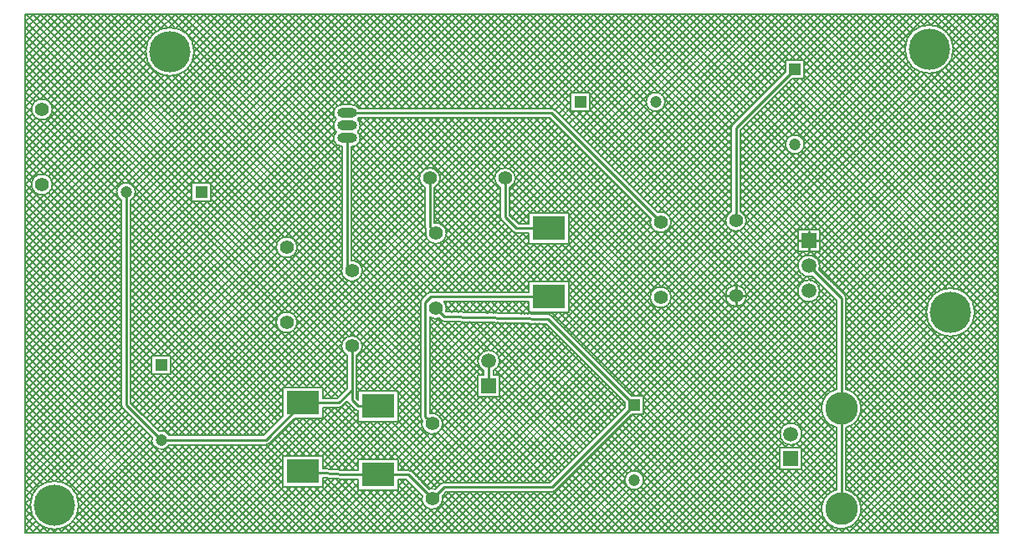
<source format=gtl>
G04*
G04 #@! TF.GenerationSoftware,Altium Limited,Altium Designer,20.0.9 (164)*
G04*
G04 Layer_Physical_Order=1*
G04 Layer_Color=255*
%FSLAX25Y25*%
%MOIN*%
G70*
G01*
G75*
%ADD13C,0.01000*%
%ADD15R,0.12992X0.09449*%
%ADD28C,0.00800*%
%ADD29C,0.04724*%
%ADD30R,0.04724X0.04724*%
%ADD31C,0.05906*%
%ADD32R,0.05906X0.05906*%
%ADD33R,0.05906X0.05906*%
%ADD34C,0.12992*%
%ADD35O,0.07874X0.03937*%
%ADD36O,0.07874X0.03937*%
%ADD37C,0.05512*%
%ADD38C,0.16500*%
%ADD39R,0.04724X0.04724*%
D13*
X313500Y114547D02*
Y118500D01*
X317453D01*
X313500D02*
Y122453D01*
X309547Y118500D02*
X313500D01*
X284500Y96500D02*
X288256D01*
X280744D02*
X284500D01*
Y100256D01*
Y92744D02*
Y96500D01*
X131500Y55000D02*
Y59000D01*
Y76500D01*
X163500Y15500D02*
X168200Y20200D01*
X211200D01*
X244000Y53000D01*
X55500Y39000D02*
X97138D01*
X112000Y53862D01*
X41500Y53000D02*
X55500Y39000D01*
X41500Y53000D02*
Y138000D01*
X134000Y52500D02*
X142000D01*
X131500Y55000D02*
X134000Y52500D01*
X112000Y53862D02*
X126362D01*
X131500Y59000D01*
X186000Y60500D02*
Y70500D01*
X326500Y11500D02*
Y51657D01*
Y95500D01*
X313500Y108500D02*
X326500Y95500D01*
X211000Y169500D02*
X254500Y126000D01*
X129500Y169500D02*
X211000D01*
X284500Y126500D02*
Y163500D01*
X308000Y187000D01*
X162500Y124000D02*
Y143500D01*
Y124000D02*
X165000Y121500D01*
X128362Y25138D02*
X142000D01*
X112000Y26500D02*
X128362Y25138D01*
X142000D02*
X153862D01*
X163500Y15500D01*
X165000Y91500D02*
X168200Y88300D01*
X209700Y87300D01*
X244000Y53000D01*
X160700Y48300D02*
X163500Y45500D01*
X160700Y48300D02*
Y93838D01*
X163000Y96138D01*
X210000D01*
X192500Y128000D02*
Y143500D01*
Y128000D02*
X197000Y123500D01*
X210000D01*
X129500Y108500D02*
X131500Y106500D01*
X129500Y108500D02*
Y159500D01*
D15*
X142000Y52500D02*
D03*
Y25138D02*
D03*
X210000Y123500D02*
D03*
Y96138D02*
D03*
X112000Y53862D02*
D03*
Y26500D02*
D03*
D28*
X371150Y195000D02*
G03*
X371150Y195000I-9650J0D01*
G01*
X317613Y107074D02*
G03*
X317853Y108500I-4113J1426D01*
G01*
X328400Y95500D02*
G03*
X327841Y96846I-1900J0D01*
G01*
X328400Y95500D02*
G03*
X327843Y96843I-1900J0D01*
G01*
X311762Y157000D02*
G03*
X311762Y157000I-3762J0D01*
G01*
X288656Y126500D02*
G03*
X286400Y130196I-4156J0D01*
G01*
X282600D02*
G03*
X288656Y126500I1900J-3696D01*
G01*
X317853Y108500D02*
G03*
X314926Y104387I-4353J0D01*
G01*
X317853Y98500D02*
G03*
X317853Y98500I-4353J0D01*
G01*
X288656Y96500D02*
G03*
X288656Y96500I-4156J0D01*
G01*
X256262Y174000D02*
G03*
X256262Y174000I-3762J0D01*
G01*
X283159Y164846D02*
G03*
X282600Y163500I1341J-1346D01*
G01*
X212346Y170841D02*
G03*
X211000Y171400I-1346J-1341D01*
G01*
X212344Y170844D02*
G03*
X211000Y171400I-1343J-1343D01*
G01*
X283156Y164843D02*
G03*
X282600Y163500I1343J-1343D01*
G01*
X250543Y127270D02*
G03*
X258656Y126000I3957J-1270D01*
G01*
D02*
G03*
X253230Y129957I-4156J0D01*
G01*
X258656Y96000D02*
G03*
X258656Y96000I-4156J0D01*
G01*
X194400Y139804D02*
G03*
X196656Y143500I-1900J3696D01*
G01*
X190600Y128000D02*
G03*
X191156Y126656I1900J0D01*
G01*
X196656Y143500D02*
G03*
X190600Y139804I-4156J0D01*
G01*
X195654Y122159D02*
G03*
X197000Y121600I1346J1341D01*
G01*
X195657Y122157D02*
G03*
X197000Y121600I1343J1343D01*
G01*
X190600Y128000D02*
G03*
X191159Y126654I1900J0D01*
G01*
X169156Y91500D02*
G03*
X168127Y94238I-4156J0D01*
G01*
X168957Y90230D02*
G03*
X169156Y91500I-3957J1270D01*
G01*
X379650Y90000D02*
G03*
X379650Y90000I-9650J0D01*
G01*
X328400Y43993D02*
G03*
X334396Y51657I-1900J7664D01*
G01*
Y11500D02*
G03*
X328400Y19164I-7896J0D01*
G01*
X334396Y51657D02*
G03*
X328400Y59321I-7896J0D01*
G01*
X324600D02*
G03*
X324600Y43993I1900J-7664D01*
G01*
X310774Y41421D02*
G03*
X310774Y41421I-4353J0D01*
G01*
X324600Y19164D02*
G03*
X334396Y11500I1900J-7664D01*
G01*
X211044Y88643D02*
G03*
X209746Y89200I-1343J-1343D01*
G01*
X211046Y88641D02*
G03*
X209746Y89200I-1346J-1341D01*
G01*
X190353Y70500D02*
G03*
X184100Y66584I-4353J0D01*
G01*
X187900D02*
G03*
X190353Y70500I-1900J3916D01*
G01*
X166857Y86957D02*
G03*
X168154Y86401I1343J1343D01*
G01*
X166854Y86959D02*
G03*
X168154Y86401I1346J1341D01*
G01*
X247762Y23000D02*
G03*
X247762Y23000I-3762J0D01*
G01*
X211200Y18300D02*
G03*
X212546Y18859I0J1900D01*
G01*
X211200Y18300D02*
G03*
X212544Y18857I0J1900D01*
G01*
X168200Y22100D02*
G03*
X166857Y21543I0J-1900D01*
G01*
X167656Y15500D02*
G03*
X167457Y16770I-4156J0D01*
G01*
X134250Y171400D02*
G03*
X131468Y172869I-2781J-1900D01*
G01*
X133726Y167000D02*
G03*
X134250Y167600I-2258J2500D01*
G01*
X164400Y139804D02*
G03*
X166656Y143500I-1900J3696D01*
G01*
D02*
G03*
X160600Y139804I-4156J0D01*
G01*
X169156Y121500D02*
G03*
X164400Y125612I-4156J0D01*
G01*
X161045Y122778D02*
G03*
X169156Y121500I3955J-1278D01*
G01*
X160600Y124000D02*
G03*
X161045Y122778I1900J0D01*
G01*
X160600Y124000D02*
G03*
X161045Y122778I1900J0D01*
G01*
X163000Y98038D02*
G03*
X161654Y97478I0J-1900D01*
G01*
X163000Y98038D02*
G03*
X161656Y97481I0J-1900D01*
G01*
X159356Y95181D02*
G03*
X158800Y93838I1343J-1343D01*
G01*
X159359Y95184D02*
G03*
X158800Y93838I1341J-1346D01*
G01*
X162600Y88107D02*
G03*
X166270Y87543I2400J3393D01*
G01*
X133726Y162000D02*
G03*
X134837Y164500I-2258J2500D01*
G01*
D02*
G03*
X133726Y167000I-3368J0D01*
G01*
X131468Y156131D02*
G03*
X134837Y159500I0J3368D01*
G01*
D02*
G03*
X133726Y162000I-3368J0D01*
G01*
X135656Y106500D02*
G03*
X131400Y110655I-4156J0D01*
G01*
X127600Y108500D02*
G03*
X127650Y108066I1900J0D01*
G01*
X127600Y108500D02*
G03*
X127650Y108066I1900J0D01*
G01*
D02*
G03*
X135656Y106500I3850J-1566D01*
G01*
X133400Y72804D02*
G03*
X135656Y76500I-1900J3696D01*
G01*
D02*
G03*
X129600Y72804I-4156J0D01*
G01*
X127532Y172869D02*
G03*
X125274Y167000I0J-3368D01*
G01*
X68650Y194000D02*
G03*
X68650Y194000I-9650J0D01*
G01*
X12156Y171000D02*
G03*
X12156Y171000I-4156J0D01*
G01*
X125274Y162000D02*
G03*
X127532Y156131I2258J-2500D01*
G01*
X125274Y167000D02*
G03*
X125274Y162000I2258J-2500D01*
G01*
X109656Y116000D02*
G03*
X109656Y116000I-4156J0D01*
G01*
X43400Y134753D02*
G03*
X45262Y138000I-1900J3247D01*
G01*
X109656Y86000D02*
G03*
X109656Y86000I-4156J0D01*
G01*
X45262Y138000D02*
G03*
X39600Y134753I-3762J0D01*
G01*
X12156Y141000D02*
G03*
X12156Y141000I-4156J0D01*
G01*
X129671Y54484D02*
G03*
X130159Y53654I1829J516D01*
G01*
X129671Y54484D02*
G03*
X130157Y53657I1829J516D01*
G01*
X126362Y51962D02*
G03*
X127706Y52519I0J1900D01*
G01*
X126362Y51962D02*
G03*
X127708Y52522I0J1900D01*
G01*
X132654Y51159D02*
G03*
X134000Y50600I1346J1341D01*
G01*
X132657Y51157D02*
G03*
X134000Y50600I1343J1343D01*
G01*
X167656Y45500D02*
G03*
X162600Y49557I-4156J0D01*
G01*
X159543Y46770D02*
G03*
X167656Y45500I3957J-1270D01*
G01*
X168200Y22100D02*
G03*
X166854Y21541I0J-1900D01*
G01*
X158800Y48300D02*
G03*
X159359Y46954I1900J0D01*
G01*
X158800Y48300D02*
G03*
X159356Y46957I1900J0D01*
G01*
X155206Y26481D02*
G03*
X153862Y27038I-1343J-1343D01*
G01*
X155209Y26478D02*
G03*
X153862Y27038I-1346J-1341D01*
G01*
X164770Y19457D02*
G03*
X162230Y19457I-1270J-3957D01*
G01*
X159543Y16770D02*
G03*
X167656Y15500I3957J-1270D01*
G01*
X39600Y53000D02*
G03*
X40159Y51654I1900J0D01*
G01*
X39600Y53000D02*
G03*
X40156Y51657I1900J0D01*
G01*
X97138Y37100D02*
G03*
X98484Y37659I0J1900D01*
G01*
X97138Y37100D02*
G03*
X98481Y37657I0J1900D01*
G01*
X58747Y40900D02*
G03*
X54547Y42640I-3247J-1900D01*
G01*
X51860Y39953D02*
G03*
X58747Y37100I3640J-953D01*
G01*
X22650Y13000D02*
G03*
X22650Y13000I-9650J0D01*
G01*
X370410Y198705D02*
X380806Y209100D01*
X369408Y200531D02*
X377977Y209100D01*
X371062Y193699D02*
X386463Y209100D01*
X371033Y196499D02*
X383634Y209100D01*
X366484Y203263D02*
X372321Y209100D01*
X364548Y204156D02*
X369492Y209100D01*
X368094Y202045D02*
X375149Y209100D01*
X386174D02*
X389100Y206173D01*
X382000Y209100D02*
X389100D01*
X380517D02*
X389100Y200517D01*
X383345Y209100D02*
X389100Y203345D01*
X374860Y209100D02*
X389100Y194860D01*
X377688Y209100D02*
X389100Y197688D01*
X372031Y209100D02*
X389100Y192031D01*
X349404Y209100D02*
X355752Y202752D01*
X346575Y209100D02*
X354277Y201399D01*
X343747Y209100D02*
X353099Y199748D01*
X340919Y209100D02*
X352254Y197764D01*
X335262Y209100D02*
X352312Y192050D01*
X338090Y209100D02*
X351856Y195334D01*
X311556Y190762D02*
X329894Y209100D01*
X362189Y204625D02*
X366664Y209100D01*
X359076Y204341D02*
X363835Y209100D01*
X360718D02*
X366668Y203149D01*
X357889Y209100D02*
X362379Y204610D01*
X355061Y209100D02*
X359683Y204478D01*
X352232Y209100D02*
X357535Y203798D01*
X366374Y209100D02*
X389100Y186374D01*
X369203Y209100D02*
X389100Y189203D01*
X332433Y209100D02*
X389100Y152433D01*
X363546Y209100D02*
X389100Y183546D01*
X326777Y209100D02*
X389100Y146776D01*
X329605Y209100D02*
X389100Y149605D01*
X309806Y209100D02*
X389100Y129806D01*
X371110Y195879D02*
X389100Y177889D01*
X369649Y200168D02*
X389100Y180718D01*
X370298Y191035D02*
X389100Y172232D01*
X370977Y193183D02*
X389100Y175061D01*
X317186Y122853D02*
X389100Y194767D01*
X314358Y122853D02*
X389100Y197595D01*
X317853Y120691D02*
X389100Y191938D01*
X321120Y209100D02*
X389100Y141120D01*
X323948Y209100D02*
X389100Y143948D01*
X315463Y209100D02*
X389100Y135463D01*
X318291Y209100D02*
X389100Y138291D01*
X311075Y159168D02*
X361007Y209100D01*
X311762Y185311D02*
X335551Y209100D01*
X312634D02*
X389100Y132634D01*
X311762Y188140D02*
X332722Y209100D01*
X311762Y183238D02*
Y190762D01*
X311762Y157027D02*
X352160Y197424D01*
X311173Y190762D02*
X311762Y190173D01*
X311529Y122853D02*
X389100Y200424D01*
X308728Y190762D02*
X327066Y209100D01*
X305899Y190762D02*
X324237Y209100D01*
X309520Y160442D02*
X358178Y209100D01*
X306823Y160573D02*
X355350Y209100D01*
X290007D02*
X308345Y190762D01*
X287178Y209100D02*
X305516Y190762D01*
X292835Y209100D02*
X311173Y190762D01*
X281522Y209100D02*
X304238Y186384D01*
X284350Y209100D02*
X304238Y189212D01*
Y185925D02*
Y190762D01*
X278693Y209100D02*
X303053Y184740D01*
X275865Y209100D02*
X301639Y183326D01*
X273036Y209100D02*
X300225Y181912D01*
X270208Y209100D02*
X298810Y180497D01*
X255093Y176726D02*
X287468Y209100D01*
X253230Y177691D02*
X284639Y209100D01*
X256141Y174945D02*
X290296Y209100D01*
X250409D02*
X288911Y170598D01*
X247580Y209100D02*
X287497Y169184D01*
X244752Y209100D02*
X286083Y167770D01*
X241924Y209100D02*
X284668Y166355D01*
X267379Y209100D02*
X297396Y179083D01*
X264551Y209100D02*
X295982Y177669D01*
X261723Y209100D02*
X294568Y176255D01*
X258894Y209100D02*
X293154Y174841D01*
X256066Y209100D02*
X291739Y173426D01*
X253237Y209100D02*
X290325Y172012D01*
X304149Y209100D02*
X389100Y124149D01*
X306978Y209100D02*
X389100Y126978D01*
X298492Y209100D02*
X389100Y118492D01*
X301321Y209100D02*
X389100Y121321D01*
X286400Y142979D02*
X352521Y209100D01*
X286400Y145807D02*
X349693Y209100D01*
X295664D02*
X389100Y115664D01*
X287212Y129649D02*
X351875Y194311D01*
X286400Y148635D02*
X346865Y209100D01*
X288380Y127988D02*
X352344Y191952D01*
X283570Y100550D02*
X389100Y206081D01*
X286400Y151464D02*
X344036Y209100D01*
X286159Y100311D02*
X389100Y203252D01*
X239263Y143924D02*
X304438Y209100D01*
X237848Y145339D02*
X301610Y209100D01*
X242091Y141096D02*
X310095Y209100D01*
X240677Y142510D02*
X307267Y209100D01*
X235020Y148167D02*
X295953Y209100D01*
X233606Y149581D02*
X293125Y209100D01*
X236434Y146753D02*
X298781Y209100D01*
X286400Y154292D02*
X341208Y209100D01*
X286400Y157121D02*
X338379Y209100D01*
X247748Y135439D02*
X321409Y209100D01*
X244919Y138268D02*
X315752Y209100D01*
X243505Y139682D02*
X312924Y209100D01*
X246334Y136853D02*
X318580Y209100D01*
X367899Y187777D02*
X389100Y166576D01*
X369252Y189252D02*
X389100Y169404D01*
X358550Y185812D02*
X389100Y155262D01*
X366248Y186599D02*
X389100Y163747D01*
X317853Y115034D02*
X389100Y186282D01*
X317853Y117863D02*
X389100Y189110D01*
X311762Y190173D02*
X389100Y112835D01*
X361834Y185356D02*
X389100Y158090D01*
X364264Y185754D02*
X389100Y160919D01*
X317995Y106692D02*
X389100Y177796D01*
X317778Y109303D02*
X389100Y180625D01*
X311762Y184516D02*
X389100Y107178D01*
X316884Y111237D02*
X389100Y183453D01*
X310212Y183238D02*
X389100Y104350D01*
X317853Y114147D02*
Y122853D01*
X320824Y103863D02*
X389100Y172139D01*
X319410Y105277D02*
X389100Y174968D01*
X311762Y187345D02*
X389100Y110007D01*
X315287Y112469D02*
X316966Y114147D01*
X314113Y102809D02*
X315308Y104005D01*
X312784Y112793D02*
X314137Y114147D01*
X311420D02*
X312776Y112792D01*
X326481Y98206D02*
X389100Y160826D01*
X367065Y99193D02*
X389100Y121228D01*
X328400Y91640D02*
X389100Y152340D01*
X327894Y96791D02*
X389100Y157997D01*
X323652Y101035D02*
X389100Y166482D01*
X322238Y102449D02*
X389100Y169311D01*
X325066Y99620D02*
X389100Y163654D01*
X377756Y95741D02*
X389100Y107085D01*
X376405Y97218D02*
X389100Y109914D01*
X379479Y91808D02*
X389100Y101429D01*
X378801Y93958D02*
X389100Y104257D01*
X372772Y99243D02*
X389100Y115571D01*
X370345Y99644D02*
X389100Y118399D01*
X374755Y98397D02*
X389100Y112742D01*
X317613Y107074D02*
X327841Y96846D01*
X316113Y101981D02*
X316723Y102590D01*
X328400Y94469D02*
X389100Y155169D01*
X314926Y104387D02*
X324600Y94713D01*
X311696Y156298D02*
X368467Y99527D01*
X312893Y104190D02*
X314305Y102778D01*
X310742Y154424D02*
X366267Y98899D01*
X317828Y98039D02*
X319551Y99762D01*
X317778Y99305D02*
X324600Y92482D01*
X317398Y100437D02*
X318137Y101176D01*
X317491Y96763D02*
X324600Y89654D01*
X306925Y183238D02*
X311762D01*
X304238Y190762D02*
X311762D01*
X288460Y125240D02*
X353237Y190016D01*
X286400Y159949D02*
X309689Y183238D01*
X286400Y131665D02*
X307973Y153238D01*
X286400Y153310D02*
X316857Y122853D01*
X309147D02*
X317853D01*
X286400Y141996D02*
X309147Y119249D01*
Y114147D02*
Y122853D01*
X286400Y139168D02*
X309147Y116420D01*
X286400Y150481D02*
X314029Y122853D01*
X286400Y147653D02*
X311200Y122853D01*
X286400Y144825D02*
X309147Y122077D01*
X295841Y172154D02*
X307298Y160696D01*
X286400Y162713D02*
X306925Y183238D01*
X294426Y170739D02*
X305424Y159742D01*
X293012Y169325D02*
X304365Y157972D01*
X249162Y134025D02*
X304238Y189101D01*
X283159Y164846D02*
X304238Y185925D01*
X250576Y132611D02*
X304238Y186272D01*
X286400Y137322D02*
X304558Y155480D01*
X286400Y140150D02*
X304427Y158177D01*
X286400Y130196D02*
Y162713D01*
Y134493D02*
X305832Y153925D01*
X305740Y182053D02*
X389100Y98693D01*
X307384Y183238D02*
X389100Y101522D01*
X302912Y179225D02*
X389100Y93036D01*
X304326Y180639D02*
X389100Y95865D01*
X297255Y173568D02*
X371254Y99568D01*
X291598Y167911D02*
X362935Y96574D01*
X301497Y177810D02*
X389100Y90208D01*
X309147Y114147D02*
X317853D01*
X308972Y153366D02*
X364446Y97891D01*
X290184Y166497D02*
X361722Y94959D01*
X288770Y165083D02*
X360834Y93018D01*
X287355Y163668D02*
X360372Y90652D01*
X286400Y133511D02*
X309560Y110351D01*
X286400Y130682D02*
X309190Y107893D01*
X288574Y125680D02*
X311763Y102491D01*
X287644Y123782D02*
X310148Y101277D01*
X286400Y136339D02*
X310814Y111925D01*
X258310Y127660D02*
X285417Y100554D01*
X285980Y122617D02*
X309234Y99363D01*
X288611Y97107D02*
X309147Y117642D01*
X287757Y99081D02*
X309147Y120471D01*
X258611Y95390D02*
X285760Y122540D01*
X226262Y176179D02*
X259183Y209100D01*
X225017Y177762D02*
X256355Y209100D01*
X226262Y170522D02*
X264840Y209100D01*
X226262Y173351D02*
X262012Y209100D01*
X222125D02*
X253639Y177586D01*
X222189Y177762D02*
X253526Y209100D01*
X213639D02*
X248738Y174002D01*
X219360Y177762D02*
X250698Y209100D01*
X239095D02*
X283254Y164941D01*
X219296Y209100D02*
X250962Y177434D01*
X216468Y209100D02*
X249415Y176153D01*
X218738Y170238D02*
X226262D01*
X218738Y177762D02*
X226262D01*
X218738Y177140D02*
X219360Y177762D01*
X226262Y170238D02*
Y177762D01*
X218738Y170238D02*
Y177762D01*
X213807Y169380D02*
X218738Y174311D01*
X212392Y170794D02*
X218738Y177140D01*
X215221Y167966D02*
X218738Y171483D01*
X225978Y170238D02*
X226262Y170522D01*
X218049Y165138D02*
X223149Y170238D01*
X219464Y163723D02*
X225978Y170238D01*
X216635Y166552D02*
X220321Y170238D01*
X233438Y209100D02*
X282600Y159938D01*
X236267Y209100D02*
X282600Y162767D01*
X255934Y172462D02*
X282600Y145796D01*
X256086Y175139D02*
X282600Y148625D01*
X227781Y209100D02*
X282600Y154281D01*
X230610Y209100D02*
X282600Y157110D01*
X224953Y209100D02*
X282600Y151453D01*
Y130196D02*
Y163500D01*
X257802Y128523D02*
X282600Y153321D01*
X256230Y129779D02*
X282600Y156149D01*
X252502Y170238D02*
X282600Y140139D01*
X254653Y170915D02*
X282600Y142968D01*
X253701Y130078D02*
X282600Y158977D01*
X225120Y158067D02*
X276154Y209100D01*
X223706Y159481D02*
X273325Y209100D01*
X227949Y155238D02*
X281811Y209100D01*
X226535Y156652D02*
X278982Y209100D01*
X222292Y160895D02*
X270497Y209100D01*
X220878Y162309D02*
X267669Y209100D01*
X210811D02*
X282600Y137311D01*
X232191Y150996D02*
X251555Y170359D01*
X230777Y152410D02*
X249774Y171407D01*
X251991Y131196D02*
X282600Y161806D01*
X212346Y170841D02*
X253230Y129957D01*
X229363Y153824D02*
X248809Y173270D01*
X210213Y167600D02*
X250543Y127270D01*
X193840Y209100D02*
X225178Y177762D01*
X191012Y209100D02*
X222350Y177762D01*
X190371Y171400D02*
X228071Y209100D01*
X188183D02*
X219521Y177762D01*
X184714Y171400D02*
X222414Y209100D01*
X181885Y171400D02*
X219585Y209100D01*
X187542Y171400D02*
X225242Y209100D01*
X204513Y171400D02*
X242213Y209100D01*
X201684Y171400D02*
X239384Y209100D01*
X210170Y171400D02*
X247870Y209100D01*
X207341Y171400D02*
X245041Y209100D01*
X196027Y171400D02*
X233727Y209100D01*
X193199Y171400D02*
X230899Y209100D01*
X198856Y171400D02*
X236556Y209100D01*
X182527D02*
X218738Y172889D01*
X185355Y209100D02*
X218738Y175717D01*
X179057Y171400D02*
X216757Y209100D01*
X176228Y171400D02*
X213928Y209100D01*
X173400Y171400D02*
X211100Y209100D01*
X170572Y171400D02*
X208272Y209100D01*
X174042D02*
X212075Y171067D01*
X192059Y147632D02*
X211120Y166693D01*
X171213Y209100D02*
X208913Y171400D01*
X173115Y167600D02*
X193103Y147612D01*
X168385Y209100D02*
X206085Y171400D01*
X167743D02*
X205443Y209100D01*
X170572Y171400D02*
X208272Y209100D01*
X205154D02*
X282600Y131654D01*
X207982Y209100D02*
X282600Y134482D01*
X202326Y209100D02*
X281782Y129644D01*
X199497Y209100D02*
X280617Y127980D01*
X196669Y209100D02*
X280545Y125224D01*
X176870Y209100D02*
X256160Y129810D01*
X187257Y167600D02*
X254707Y100151D01*
X209885Y167600D02*
X250470Y127015D01*
X205164Y129624D02*
X226676Y151137D01*
X207056Y167600D02*
X251264Y123392D01*
X184429Y167600D02*
X252427Y99602D01*
X202335Y129624D02*
X225262Y152551D01*
X181600Y167600D02*
X250984Y98216D01*
X195930Y145847D02*
X213948Y163865D01*
X194434Y147179D02*
X212534Y165279D01*
X178772Y167600D02*
X216748Y129624D01*
X196649Y143737D02*
X215362Y162451D01*
X170287Y167600D02*
X190660Y147227D01*
X167458Y167600D02*
X189128Y145930D01*
X175944Y167600D02*
X213919Y129624D01*
X195121Y128067D02*
X222433Y155379D01*
X194400Y130175D02*
X221019Y156794D01*
X196535Y126652D02*
X223848Y153965D01*
X194400Y135831D02*
X218191Y159622D01*
X194400Y138660D02*
X216777Y161036D01*
X194400Y133003D02*
X219605Y158208D01*
X258624Y126516D02*
X282600Y150492D01*
X217896Y128215D02*
X233747Y144066D01*
X217896Y122558D02*
X236576Y141237D01*
X217896Y125386D02*
X235161Y142652D01*
X213649Y129624D02*
X230919Y146894D01*
X210821Y129624D02*
X229504Y148309D01*
X216477Y129624D02*
X232333Y145480D01*
X217399Y102262D02*
X246475Y131338D01*
X217896Y119729D02*
X237990Y139823D01*
X211743Y102262D02*
X243647Y134166D01*
X203257Y102262D02*
X239404Y138409D01*
X214571Y102262D02*
X245061Y132752D01*
X207992Y129624D02*
X228090Y149723D01*
X202104Y129624D02*
X217896D01*
Y117376D02*
Y129624D01*
X202104Y129393D02*
X202335Y129624D01*
X200939Y125400D02*
X202104Y126565D01*
X198111Y125400D02*
X202104Y129393D01*
Y125400D02*
Y129624D01*
Y117376D02*
X217896D01*
X202104D02*
Y121600D01*
Y102262D02*
X217896D01*
X197000Y121600D02*
X202104D01*
X197787Y125400D02*
X202104D01*
X199316Y121600D02*
X202104Y118812D01*
X258446Y124696D02*
X282834Y100308D01*
X254874Y100139D02*
X280424Y125689D01*
X256933Y99369D02*
X281351Y123788D01*
X257344Y122969D02*
X281238Y99075D01*
X217896Y94274D02*
X250422Y126799D01*
X217896Y128476D02*
X250344Y96028D01*
X217896Y91445D02*
X250721Y124270D01*
X258228Y97836D02*
X283012Y122620D01*
X255515Y121970D02*
X280387Y97097D01*
X217896Y99930D02*
X247889Y129924D01*
X208914Y102262D02*
X242232Y135581D01*
X217896Y97102D02*
X249304Y128509D01*
X217896Y90013D02*
Y102262D01*
X206086D02*
X240818Y136995D01*
X202104Y98038D02*
Y102262D01*
X199033Y98038D02*
X202104Y101109D01*
Y90013D02*
X217896D01*
X202104Y90528D02*
X202619Y90013D01*
X202104D02*
Y94238D01*
X201222D02*
X202104Y93356D01*
X201861Y98038D02*
X202104Y98280D01*
X198394Y94238D02*
X202104Y90528D01*
X194930Y140129D02*
X205434Y129624D01*
X194400Y137830D02*
X202606Y129624D01*
X196612Y144103D02*
X211091Y129624D01*
X196227Y141660D02*
X208262Y129624D01*
X194400Y135002D02*
X202104Y127298D01*
X194400Y132173D02*
X201173Y125400D01*
X194400Y129345D02*
X198345Y125400D01*
X196386Y121702D02*
X215826Y102262D01*
X194400Y128787D02*
X197787Y125400D01*
X193376Y98038D02*
X212714Y117376D01*
X190548Y98038D02*
X209885Y117376D01*
X184891Y98038D02*
X204228Y117376D01*
X182062Y98038D02*
X202104Y118079D01*
X187719Y98038D02*
X207057Y117376D01*
X194400Y128787D02*
Y139804D01*
X190600Y128000D02*
Y139804D01*
X168365Y123939D02*
X188368Y143941D01*
X169138Y121883D02*
X188821Y141566D01*
X191159Y126654D02*
X195654Y122159D01*
X173577Y98038D02*
X197139Y121600D01*
X170749Y98038D02*
X195262Y122551D01*
X196204Y98038D02*
X215542Y117376D01*
X179234Y98038D02*
X202104Y120908D01*
X176405Y98038D02*
X199968Y121600D01*
X190655Y89660D02*
X195233Y94238D01*
X167920Y98038D02*
X193848Y123965D01*
X168167Y118808D02*
X188937Y98038D01*
X169082Y120721D02*
X191766Y98038D01*
X187893Y89726D02*
X192404Y94238D01*
X185131Y89793D02*
X189576Y94238D01*
X184252D02*
X188785Y89705D01*
X168127Y94238D02*
X202104D01*
X182369Y89859D02*
X186748Y94238D01*
X181423D02*
X185887Y89774D01*
X179607Y89926D02*
X183919Y94238D01*
X176845Y89992D02*
X181091Y94238D01*
X178595D02*
X182989Y89844D01*
X175767Y94238D02*
X180090Y89914D01*
X174083Y90059D02*
X178262Y94238D01*
X171321Y90125D02*
X175434Y94238D01*
X172938D02*
X177192Y89984D01*
X169081Y90713D02*
X172605Y94238D01*
X169039Y92481D02*
X171396Y90124D01*
X170110Y94238D02*
X174294Y90054D01*
X168776Y93237D02*
X169777Y94238D01*
X328400Y77498D02*
X389100Y138198D01*
X328400Y80327D02*
X389100Y141027D01*
X328400Y71841D02*
X389100Y132541D01*
X328400Y74670D02*
X389100Y135370D01*
X328400Y85983D02*
X389100Y146683D01*
X328400Y88812D02*
X389100Y149512D01*
X328400Y83155D02*
X389100Y143855D01*
X379568Y91255D02*
X389100Y81723D01*
X379609Y89109D02*
X389100Y98600D01*
X378899Y86267D02*
X389100Y76066D01*
X379527Y88467D02*
X389100Y78894D01*
X377891Y84446D02*
X389100Y73237D01*
X378131Y84802D02*
X389100Y95772D01*
X328400Y63356D02*
X389100Y124056D01*
X328400Y69013D02*
X389100Y129713D01*
X328400Y66184D02*
X389100Y126884D01*
X328400Y59321D02*
Y95500D01*
Y60528D02*
X360807Y92935D01*
X316277Y95148D02*
X324600Y86826D01*
Y59321D02*
Y94713D01*
X374959Y81722D02*
X389100Y67580D01*
X376574Y82935D02*
X389100Y70409D01*
X373018Y80834D02*
X389100Y64752D01*
X367521Y80674D02*
X389100Y59095D01*
X370652Y80372D02*
X389100Y61924D01*
X329614Y58913D02*
X360356Y89655D01*
X317853Y119029D02*
X389100Y47781D01*
X317853Y121857D02*
X389100Y50610D01*
Y1900D02*
Y209100D01*
X328400Y94339D02*
X389100Y33639D01*
X317077Y114147D02*
X389100Y42125D01*
X317853Y116200D02*
X389100Y44953D01*
X317792Y107776D02*
X389100Y36468D01*
X328400Y20930D02*
X389100Y81630D01*
X328400Y88682D02*
X389100Y27982D01*
X329214Y18915D02*
X389100Y78801D01*
X328400Y80197D02*
X389100Y19497D01*
X328400Y91511D02*
X389100Y30811D01*
X328400Y32243D02*
X389100Y92943D01*
X328400Y29415D02*
X389100Y90115D01*
X332789Y56432D02*
X361603Y85245D01*
X331388Y57859D02*
X360757Y87227D01*
X328400Y26586D02*
X389100Y87286D01*
X333816Y54629D02*
X362782Y83596D01*
X328400Y23758D02*
X389100Y84458D01*
X328400Y85854D02*
X389100Y25154D01*
X328400Y83026D02*
X389100Y22326D01*
X333984Y49141D02*
X366042Y81199D01*
X334366Y52351D02*
X364259Y82244D01*
X328400Y35072D02*
X375198Y81869D01*
X328400Y37900D02*
X370891Y80391D01*
X328400Y40729D02*
X368192Y80521D01*
X328400Y77369D02*
X389100Y16669D01*
X300083Y176396D02*
X389100Y87379D01*
X237111Y62576D02*
X360001Y185467D01*
X239939Y59748D02*
X389100Y208909D01*
X238525Y61162D02*
X362801Y185438D01*
X234282Y65405D02*
X355969Y187092D01*
X232868Y66819D02*
X354455Y188406D01*
X235696Y63991D02*
X357795Y186090D01*
X298669Y174982D02*
X389100Y84551D01*
X286400Y161795D02*
X360674Y87521D01*
X286400Y156138D02*
X389100Y53438D01*
X286400Y158967D02*
X389100Y56267D01*
X226262Y171021D02*
X324600Y72683D01*
X283224Y122545D02*
X324600Y81169D01*
X224217Y170238D02*
X324600Y69855D01*
X226262Y173850D02*
X324600Y75512D01*
X226262Y176678D02*
X324600Y78340D01*
X221389Y170238D02*
X324600Y67027D01*
X251892Y122764D02*
X319448Y55209D01*
X179699Y209100D02*
X324600Y64198D01*
X204228Y167600D02*
X318735Y53092D01*
X201399Y167600D02*
X318726Y50273D01*
X288554Y97417D02*
X324600Y61370D01*
X314363Y94234D02*
X324600Y83997D01*
X288307Y94834D02*
X323996Y59146D01*
X287075Y93238D02*
X322100Y58214D01*
X285098Y92387D02*
X320590Y56894D01*
X247762Y50600D02*
X311309Y114147D01*
X314249D02*
X389100Y39296D01*
X198571Y167600D02*
X324600Y41571D01*
X209197Y117376D02*
X324673Y1900D01*
X258651Y96207D02*
X324600Y30257D01*
X192914Y167600D02*
X324600Y35914D01*
X195743Y167600D02*
X324600Y38743D01*
X190086Y167600D02*
X324600Y33086D01*
X244317Y1900D02*
X324600Y82183D01*
X241488Y1900D02*
X324600Y85012D01*
X249973Y1900D02*
X324600Y76527D01*
X235831Y1900D02*
X324600Y90669D01*
X233003Y1900D02*
X324600Y93497D01*
X238660Y1900D02*
X324600Y87840D01*
X247343Y24726D02*
X320965Y98348D01*
X217896Y100192D02*
X316188Y1900D01*
X217896Y97363D02*
X313359Y1900D01*
X210375D02*
X312697Y104222D01*
X206369Y117376D02*
X321845Y1900D01*
X203541Y117376D02*
X319016Y1900D01*
X207547D02*
X310763Y105116D01*
X247684Y22238D02*
X322379Y96934D01*
X245985Y26196D02*
X313961Y94172D01*
X247145Y1900D02*
X324600Y79355D01*
X230174Y1900D02*
X323794Y95519D01*
X243712Y26751D02*
X311563Y94602D01*
X217896Y94535D02*
X310531Y1900D01*
X332541Y16585D02*
X389100Y73144D01*
X331068Y17941D02*
X389100Y75973D01*
X334306Y12693D02*
X389100Y67487D01*
X333645Y14861D02*
X389100Y70316D01*
X328400Y71712D02*
X389100Y11012D01*
X328400Y74540D02*
X389100Y13840D01*
X328400Y68883D02*
X389100Y8183D01*
X351797Y1900D02*
X389100Y39203D01*
X348969Y1900D02*
X389100Y42031D01*
X380081Y1900D02*
X389100Y10919D01*
X360282Y1900D02*
X389100Y30718D01*
X328400Y66055D02*
X389100Y5355D01*
X334202Y9761D02*
X389100Y64659D01*
X343312Y1900D02*
X389100Y47688D01*
X337655Y1900D02*
X389100Y53345D01*
X334826Y1900D02*
X389100Y56174D01*
X346140Y1900D02*
X389100Y44860D01*
X340483Y1900D02*
X389100Y50517D01*
X328400Y43557D02*
X329016Y44173D01*
X328400Y19164D02*
Y43993D01*
X382910Y1900D02*
X389100Y8090D01*
X377253Y1900D02*
X389100Y13747D01*
X388566Y1900D02*
X389100Y2434D01*
X354625Y1900D02*
X389100Y36375D01*
X357454Y1900D02*
X389100Y33546D01*
X333513Y55285D02*
X386898Y1900D01*
X333056Y47257D02*
X378413Y1900D01*
X334396Y51574D02*
X384070Y1900D01*
X333988Y49153D02*
X381242Y1900D01*
X329170D02*
X389100Y61831D01*
X331737Y45748D02*
X375585Y1900D01*
X331998D02*
X389100Y59002D01*
X371596Y1900D02*
X389100Y19404D01*
X368767Y1900D02*
X389100Y22232D01*
X385738Y1900D02*
X389100Y5262D01*
X374424Y1900D02*
X389100Y16576D01*
X363111Y1900D02*
X389100Y27889D01*
X330051Y44605D02*
X372756Y1900D01*
X365939D02*
X389100Y25061D01*
X328400Y34943D02*
X361443Y1900D01*
X328400Y32114D02*
X358614Y1900D01*
X328400Y26457D02*
X352957Y1900D01*
X328400Y23629D02*
X350129Y1900D01*
X328400Y43428D02*
X369928Y1900D01*
X328400Y40600D02*
X367099Y1900D01*
X328400Y37771D02*
X364271Y1900D01*
X334119Y9425D02*
X341644Y1900D01*
X333273Y7442D02*
X338815Y1900D01*
X334381Y11991D02*
X344472Y1900D01*
X328400Y20800D02*
X347301Y1900D01*
X330415Y4643D02*
X333158Y1900D01*
X332027Y5860D02*
X335987Y1900D01*
X328400Y60399D02*
X330128Y58671D01*
X324278Y59234D02*
X324600Y59556D01*
X304879Y45491D02*
X324600Y65213D01*
X307774Y45558D02*
X324600Y62384D01*
X310774Y31588D02*
X323528Y44342D01*
X324600Y19164D02*
Y43993D01*
X310774Y28759D02*
X324600Y42585D01*
X323407Y18765D02*
X324600Y19958D01*
X310774Y32770D02*
X324425Y19119D01*
X310102Y39098D02*
X324600Y24600D01*
X310771Y41258D02*
X324600Y27429D01*
X310774Y35598D02*
X324600Y21772D01*
X309521Y44477D02*
X318923Y53879D01*
X310580Y42707D02*
X318653Y50780D01*
X310774Y34416D02*
X321726Y45368D01*
X310433Y39732D02*
X319244Y48543D01*
X308675Y37697D02*
X310440Y35932D01*
X309461D02*
X320299Y46769D01*
X310774Y29941D02*
X322442Y18273D01*
X310774Y27226D02*
Y35932D01*
X310661Y27226D02*
X320860Y17027D01*
X310440Y35932D02*
X310774Y35598D01*
X302068Y35932D02*
X310774D01*
X302068Y27226D02*
X310774D01*
X328400Y63226D02*
X389100Y2527D01*
X328400Y29286D02*
X355786Y1900D01*
X300885D02*
X324600Y25615D01*
X286743Y1900D02*
X324600Y39757D01*
X255630Y1900D02*
X324600Y70870D01*
X252802Y1900D02*
X324600Y73698D01*
X258459Y1900D02*
X324600Y68041D01*
X326341Y1900D02*
X328239Y3798D01*
X325763Y3638D02*
X327502Y1900D01*
X328395Y3835D02*
X330330Y1900D01*
X323513D02*
X325307Y3695D01*
X303714Y1900D02*
X324600Y22786D01*
X307832Y27226D02*
X319643Y15415D01*
X305004Y27226D02*
X318835Y13395D01*
X298057Y1900D02*
X324600Y28443D01*
X302175Y27226D02*
X318638Y10763D01*
X292400Y1900D02*
X324600Y34100D01*
X289571Y1900D02*
X324600Y36929D01*
X295228Y1900D02*
X324600Y31272D01*
X317856Y1900D02*
X321415Y5459D01*
X315027Y1900D02*
X320059Y6932D01*
X320684Y1900D02*
X323139Y4355D01*
X306542Y1900D02*
X319235Y14593D01*
X309370Y1900D02*
X318612Y11142D01*
X312199Y1900D02*
X319085Y8786D01*
X222969Y76718D02*
X282600Y136350D01*
X221554Y78133D02*
X282600Y139179D01*
X225797Y73890D02*
X282600Y130693D01*
X224383Y75304D02*
X282600Y133522D01*
X218726Y80961D02*
X282600Y144835D01*
X217312Y82375D02*
X282600Y147664D01*
X220140Y79547D02*
X282600Y142007D01*
X230040Y69648D02*
X252664Y92272D01*
X228625Y71062D02*
X251131Y93567D01*
X241353Y58334D02*
X280450Y97430D01*
X231454Y68233D02*
X255110Y91889D01*
X215897Y83790D02*
X253984Y121876D01*
X214483Y85204D02*
X251977Y122698D01*
X227211Y72476D02*
X250361Y95626D01*
X209974Y89180D02*
X210807Y90013D01*
X208275D02*
X209073Y89216D01*
X213069Y86618D02*
X216464Y90013D01*
X211655Y88032D02*
X213636Y90013D01*
X198940Y89460D02*
X202104Y92624D01*
X196178Y89526D02*
X200890Y94238D01*
X207226Y89260D02*
X207979Y90013D01*
X205447D02*
X206175Y89285D01*
X202619Y90013D02*
X203277Y89355D01*
X201702Y89393D02*
X202322Y90013D01*
X204464Y89327D02*
X205151Y90013D01*
X247762Y53429D02*
X309147Y114814D01*
X217896Y125648D02*
X302069Y41475D01*
X217896Y122819D02*
X304784Y35932D01*
X214854Y117376D02*
X302068Y30161D01*
X204718Y1900D02*
X309531Y106713D01*
X212026Y117376D02*
X302068Y27333D01*
X201890Y1900D02*
X309207Y109216D01*
X258102Y93927D02*
X306258Y45771D01*
X256716Y92484D02*
X304098Y45102D01*
X217896Y91706D02*
X307702Y1900D01*
X254528Y91844D02*
X302697Y43675D01*
X216032Y1900D02*
X310019Y95887D01*
X213204Y1900D02*
X309191Y97887D01*
X216761Y90013D02*
X304874Y1900D01*
X245439Y56762D02*
X281919Y93243D01*
X242768Y56919D02*
X280689Y94841D01*
X217896Y119991D02*
X302068Y35818D01*
X247762Y56257D02*
X283893Y92389D01*
X213932Y90013D02*
X247183Y56762D01*
X211104Y90013D02*
X244355Y56762D01*
X217683Y117376D02*
X302068Y32990D01*
X211046Y88641D02*
X242925Y56762D01*
X208894Y85419D02*
X240238Y54075D01*
X207172Y85460D02*
X240238Y52394D01*
X204273Y85530D02*
X239058Y50745D01*
X201375Y85600D02*
X237644Y49331D01*
X198477Y85670D02*
X236230Y47917D01*
X193416Y89593D02*
X198061Y94238D01*
X189909D02*
X194582Y89565D01*
X195566Y94238D02*
X200378Y89425D01*
X192737Y94238D02*
X197480Y89495D01*
X169006Y90181D02*
X209746Y89200D01*
X187080Y94238D02*
X191683Y89635D01*
X168154Y86401D02*
X208894Y85419D01*
X190053Y72087D02*
X203514Y85549D01*
X188891Y73754D02*
X200752Y85615D01*
X190353Y63902D02*
X210382Y83931D01*
X190217Y69424D02*
X206276Y85482D01*
X187036Y74728D02*
X197990Y85682D01*
X183634Y74153D02*
X195229Y85748D01*
X188475Y64853D02*
X208968Y85345D01*
X175291Y86229D02*
X186728Y74792D01*
X172392Y86298D02*
X184219Y74472D01*
X169494Y86368D02*
X182620Y73242D01*
X187900Y64853D02*
X190353D01*
X187900D02*
Y66584D01*
Y65134D02*
X188181Y64853D01*
X182818D02*
X184100Y66134D01*
X181647Y64853D02*
X184100D01*
Y66584D01*
X195578Y85740D02*
X234816Y46503D01*
X192680Y85810D02*
X233401Y45088D01*
X189782Y85879D02*
X231987Y43674D01*
X186884Y85949D02*
X230573Y42260D01*
X183985Y86019D02*
X229159Y40846D01*
X181087Y86089D02*
X227745Y39432D01*
X178189Y86159D02*
X226330Y38017D01*
X190977Y22100D02*
X231595Y62718D01*
X188149Y22100D02*
X230181Y64132D01*
X193806Y22100D02*
X233009Y61304D01*
X182492Y22100D02*
X227352Y66961D01*
X179664Y22100D02*
X225938Y68375D01*
X185320Y22100D02*
X228767Y65546D01*
X190353Y58245D02*
X213210Y81103D01*
X190353Y61073D02*
X211796Y82517D01*
X190292Y71228D02*
X224916Y36603D01*
X176835Y22100D02*
X224524Y69789D01*
X171178Y22100D02*
X221696Y72617D01*
X168350Y22100D02*
X220282Y74032D01*
X174007Y22100D02*
X223110Y71203D01*
X189972Y68719D02*
X223502Y35189D01*
X190353Y56147D02*
Y64853D01*
Y62681D02*
X220673Y32360D01*
X167482Y46688D02*
X181647Y60853D01*
Y56147D02*
Y64853D01*
X188742Y67120D02*
X222088Y33775D01*
X306632Y35932D02*
X308110Y37410D01*
X306475Y37069D02*
X307612Y35932D01*
X303804D02*
X305135Y37263D01*
X247762Y53355D02*
X299217Y1900D01*
X247762Y56183D02*
X302046Y1900D01*
X246222Y49238D02*
X293560Y1900D01*
X247762Y50526D02*
X296389Y1900D01*
X283915D02*
X309241Y27226D01*
X302068D02*
Y35932D01*
X281086Y1900D02*
X306412Y27226D01*
X278258Y1900D02*
X303584Y27226D01*
X272601Y1900D02*
X302068Y31368D01*
X269772Y1900D02*
X302068Y34196D01*
X275429Y1900D02*
X302068Y28539D01*
X247183Y56762D02*
X247762Y56183D01*
X242925Y56762D02*
X247762D01*
X242925Y49238D02*
X247762D01*
Y56762D01*
X231846Y38159D02*
X243307Y26698D01*
X240238Y51925D02*
Y54075D01*
X212546Y18859D02*
X242925Y49238D01*
X246747Y20429D02*
X265276Y1900D01*
X244980Y19368D02*
X262448Y1900D01*
X247698Y22307D02*
X268105Y1900D01*
X230432Y36744D02*
X241429Y25747D01*
X229017Y35330D02*
X240368Y23980D01*
X241745Y48058D02*
X287903Y1900D01*
X240331Y46644D02*
X285075Y1900D01*
X261287D02*
X302351Y42964D01*
X243394Y49238D02*
X290732Y1900D01*
X237503Y43816D02*
X279418Y1900D01*
X236088Y42401D02*
X276590Y1900D01*
X238917Y45230D02*
X282247Y1900D01*
X264116D02*
X302284Y40068D01*
X234674Y40987D02*
X273761Y1900D01*
X266944D02*
X303365Y38321D01*
X227603Y33916D02*
X259619Y1900D01*
X226189Y32502D02*
X256791Y1900D01*
X233260Y39573D02*
X270933Y1900D01*
X221946Y28259D02*
X248306Y1900D01*
X220532Y26845D02*
X245477Y1900D01*
X224775Y31088D02*
X253962Y1900D01*
X223360Y29673D02*
X251134Y1900D01*
X218861D02*
X240249Y23288D01*
X217704Y24017D02*
X239820Y1900D01*
X219118Y25431D02*
X242649Y1900D01*
X224517D02*
X242274Y19657D01*
X221689Y1900D02*
X240804Y21015D01*
X227346Y1900D02*
X244762Y19316D01*
X214875Y21188D02*
X234163Y1900D01*
X213461Y19774D02*
X231335Y1900D01*
X216289Y22602D02*
X236992Y1900D01*
X196634Y22100D02*
X234424Y59889D01*
X190353Y59853D02*
X219259Y30946D01*
X202291Y22100D02*
X237252Y57061D01*
X199463Y22100D02*
X235838Y58475D01*
X190353Y57024D02*
X217845Y29532D01*
X188401Y56147D02*
X216431Y28118D01*
X185573Y56147D02*
X215017Y26704D01*
X207948Y22100D02*
X240080Y54233D01*
X205119Y22100D02*
X238666Y55647D01*
X210413Y22100D02*
X240238Y51925D01*
X200793Y18300D02*
X217193Y1900D01*
X182745Y56147D02*
X213602Y25289D01*
X203621Y18300D02*
X220021Y1900D01*
X167646Y45790D02*
X191336Y22100D01*
X181647Y56147D02*
X190353D01*
X168200Y22100D02*
X210413D01*
X167130Y43477D02*
X188507Y22100D01*
X167167Y43545D02*
X181647Y58025D01*
X168987Y18300D02*
X211200D01*
X173606Y1900D02*
X190006Y18300D01*
X175337D02*
X191737Y1900D01*
X167649Y15742D02*
X170207Y18300D01*
X167457Y16770D02*
X168987Y18300D01*
X199062Y1900D02*
X246399Y49238D01*
X206450Y18300D02*
X222850Y1900D01*
X211951Y18455D02*
X228506Y1900D01*
X209278Y18300D02*
X225678Y1900D01*
X196233D02*
X243571Y49238D01*
X195136Y18300D02*
X211536Y1900D01*
X197964Y18300D02*
X214364Y1900D01*
X192307Y18300D02*
X208707Y1900D01*
X190576D02*
X206976Y18300D01*
X193405Y1900D02*
X209805Y18300D01*
X187748Y1900D02*
X204148Y18300D01*
X186651D02*
X203051Y1900D01*
X189479Y18300D02*
X205879Y1900D01*
X182091D02*
X198491Y18300D01*
X180994D02*
X197394Y1900D01*
X184920D02*
X201320Y18300D01*
X183822D02*
X200222Y1900D01*
X178165Y18300D02*
X194565Y1900D01*
X176434D02*
X192834Y18300D01*
X179263Y1900D02*
X195663Y18300D01*
X170777Y1900D02*
X187177Y18300D01*
X169680D02*
X186080Y1900D01*
X172508Y18300D02*
X188908Y1900D01*
X167919Y17232D02*
X183252Y1900D01*
X167585Y14738D02*
X180423Y1900D01*
X167949D02*
X184349Y18300D01*
X153601Y171400D02*
X191301Y209100D01*
X151414D02*
X189114Y171400D01*
X156429D02*
X194129Y209100D01*
X154243D02*
X191943Y171400D01*
X148586Y209100D02*
X186286Y171400D01*
X147944D02*
X185644Y209100D01*
X150773Y171400D02*
X188473Y209100D01*
X162728D02*
X200428Y171400D01*
X162086D02*
X199786Y209100D01*
X165556D02*
X203256Y171400D01*
X164915D02*
X202615Y209100D01*
X159258Y171400D02*
X196958Y209100D01*
X157071D02*
X194771Y171400D01*
X159899Y209100D02*
X197599Y171400D01*
X142929Y209100D02*
X180629Y171400D01*
X142287D02*
X179987Y209100D01*
X145757D02*
X183457Y171400D01*
X145116D02*
X182816Y209100D01*
X139459Y171400D02*
X177159Y209100D01*
X137272D02*
X174972Y171400D01*
X140101Y209100D02*
X177801Y171400D01*
X134444Y209100D02*
X172144Y171400D01*
X134057Y171655D02*
X171502Y209100D01*
X136630Y171400D02*
X174330Y209100D01*
X131615D02*
X169315Y171400D01*
X132330Y172757D02*
X168674Y209100D01*
X164400Y125630D02*
X206370Y167600D01*
X164400Y128459D02*
X203541Y167600D01*
X147659D02*
X212997Y102262D01*
X166830Y125232D02*
X209198Y167600D01*
X134250Y171400D02*
X211000D01*
X134250Y167600D02*
X210213D01*
X144831D02*
X210169Y102262D01*
X164400Y136944D02*
X195056Y167600D01*
X166162Y141534D02*
X192227Y167600D01*
X164400Y131287D02*
X200713Y167600D01*
X164400Y134116D02*
X197884Y167600D01*
X153316D02*
X190600Y130316D01*
X156145Y167600D02*
X190600Y133145D01*
X150488Y167600D02*
X190702Y127386D01*
X142002Y167600D02*
X161979Y147623D01*
X134782Y163895D02*
X138487Y167600D01*
X160400Y147086D02*
X180914Y167600D01*
X139174D02*
X159974Y146800D01*
X134558Y160842D02*
X141316Y167600D01*
X134419Y157875D02*
X144144Y167600D01*
X166483Y144685D02*
X189399Y167600D01*
X165424Y146453D02*
X186571Y167600D01*
X164630D02*
X188361Y143869D01*
X161802Y167600D02*
X190600Y138802D01*
X163639Y147497D02*
X183742Y167600D01*
X158973D02*
X190600Y135973D01*
X129614Y172869D02*
X165845Y209100D01*
X126674Y172758D02*
X163017Y209100D01*
X128787D02*
X166487Y171400D01*
X125958Y209100D02*
X163658Y171400D01*
X1400Y209100D02*
X382000D01*
X120301D02*
X158001Y171400D01*
X123130Y209100D02*
X160830Y171400D01*
X117473Y209100D02*
X155173Y171400D01*
X131400Y152027D02*
X146973Y167600D01*
X131400Y146371D02*
X152629Y167600D01*
X131400Y149199D02*
X149801Y167600D01*
X111816Y209100D02*
X149516Y171400D01*
X108988Y209100D02*
X146688Y171400D01*
X114645Y209100D02*
X152345Y171400D01*
X100503Y209100D02*
X138203Y171400D01*
X97674Y209100D02*
X135374Y171400D01*
X106159Y209100D02*
X143859Y171400D01*
X103331Y209100D02*
X141031Y171400D01*
X73052Y141762D02*
X140389Y209100D01*
X70223Y141762D02*
X137561Y209100D01*
X75262Y141145D02*
X143218Y209100D01*
X94846D02*
X131077Y172869D01*
X92017Y209100D02*
X128249Y172869D01*
X127532D02*
X131468D01*
X66561Y209100D02*
X127600Y148061D01*
X72218Y209100D02*
X127600Y153718D01*
X60905Y209100D02*
X127600Y142404D01*
X131400Y126572D02*
X172428Y167600D01*
X131400Y129400D02*
X169600Y167600D01*
X131400Y120915D02*
X178085Y167600D01*
X43400Y92312D02*
X160188Y209100D01*
X21306D02*
X158800Y71606D01*
X43400Y95140D02*
X157360Y209100D01*
X18478D02*
X158800Y68778D01*
X131400Y135057D02*
X163943Y167600D01*
X131400Y140714D02*
X158286Y167600D01*
X131400Y132228D02*
X166772Y167600D01*
X131400Y132228D02*
X166772Y167600D01*
X131400Y137885D02*
X161115Y167600D01*
X131400Y123743D02*
X175257Y167600D01*
X75262Y138316D02*
X146046Y209100D01*
X43400Y123424D02*
X129076Y209100D01*
X43400Y117768D02*
X134732Y209100D01*
X43400Y120596D02*
X131904Y209100D01*
X43400Y100797D02*
X151703Y209100D01*
X26963D02*
X127600Y108463D01*
X43400Y97969D02*
X154531Y209100D01*
X75262Y135488D02*
X148874Y209100D01*
X68590Y192929D02*
X127600Y133919D01*
X68047Y190643D02*
X127600Y131091D01*
X67103Y188759D02*
X127600Y128262D01*
X58076Y209100D02*
X127600Y139576D01*
X1400Y197894D02*
X129600Y69694D01*
X166623Y142979D02*
X207340Y102262D01*
X165800Y140974D02*
X204512Y102262D01*
X164400Y133889D02*
X200251Y98038D01*
X164400Y139546D02*
X202104Y101842D01*
X164400Y136717D02*
X202104Y99013D01*
X166516Y117631D02*
X186109Y98038D01*
X164400Y131060D02*
X197423Y98038D01*
X164400Y128232D02*
X194594Y98038D01*
X163000D02*
X202104D01*
X163796Y117522D02*
X183280Y98038D01*
X134709Y163580D02*
X160600Y137689D01*
X136346Y167600D02*
X158720Y145226D01*
X164400Y125612D02*
Y139804D01*
X134532Y158100D02*
X160600Y132032D01*
X133924Y167194D02*
X158423Y142694D01*
X134332Y166273D02*
X135659Y167600D01*
X134508Y160953D02*
X160600Y134860D01*
Y124000D02*
Y139804D01*
X135398Y107942D02*
X160600Y133144D01*
X134247Y109619D02*
X160600Y135973D01*
X135429Y105144D02*
X160600Y130316D01*
X165092Y98038D02*
X192433Y125380D01*
X162600Y75747D02*
X173134Y86281D01*
X162600Y87605D02*
X184100Y66105D01*
X165640Y87394D02*
X181723Y71311D01*
X161940Y97715D02*
X191026Y126801D01*
X134785Y79045D02*
X190600Y134860D01*
X135619Y77051D02*
X190600Y132031D01*
X162600Y64433D02*
X184181Y86014D01*
X162600Y84777D02*
X182524Y64853D01*
X162600Y61605D02*
X186943Y85948D01*
X162600Y81949D02*
X181647Y62901D01*
X162600Y70090D02*
X178657Y86147D01*
X162600Y72919D02*
X175895Y86214D01*
X162600Y67262D02*
X181419Y86081D01*
X159359Y95184D02*
X161654Y97478D01*
X135635Y106085D02*
X158800Y82920D01*
X134851Y104041D02*
X158800Y80092D01*
X162600Y87061D02*
X163263Y87724D01*
X166270Y87543D02*
X166854Y86959D01*
X162600Y81404D02*
X167671Y86475D01*
X162600Y84232D02*
X165787Y87419D01*
X162600Y78575D02*
X170372Y86347D01*
X131400Y155575D02*
X160600Y126375D01*
X133196Y156608D02*
X160600Y129203D01*
X131400Y149918D02*
X161022Y120296D01*
X131400Y152747D02*
X160675Y123472D01*
X131400Y147090D02*
X180452Y98038D01*
X131400Y144261D02*
X177623Y98038D01*
X131400Y141433D02*
X174795Y98038D01*
X132364Y110565D02*
X160600Y138801D01*
X131400Y112429D02*
X159547Y140576D01*
X131400Y138604D02*
X171967Y98038D01*
X131400Y135776D02*
X169138Y98038D01*
X131400Y132948D02*
X166310Y98038D01*
X131400Y130119D02*
X163481Y98038D01*
X131400Y127291D02*
X161433Y97258D01*
X131400Y143542D02*
X155458Y167600D01*
X131400Y154856D02*
X133094Y156549D01*
X131400Y110655D02*
Y156131D01*
Y118086D02*
X158914Y145600D01*
X131400Y115258D02*
X158503Y142361D01*
X131400Y124462D02*
X160019Y95844D01*
X131400Y115977D02*
X158800Y88577D01*
X133400Y72003D02*
X190600Y129203D01*
X133203Y80291D02*
X190600Y137688D01*
X131400Y121634D02*
X158835Y94199D01*
X131400Y118805D02*
X158800Y91405D01*
X130652Y80568D02*
X190153Y140070D01*
X133400Y69174D02*
X159123Y94898D01*
X133306Y102757D02*
X158800Y77263D01*
X133400Y63518D02*
X158800Y88918D01*
X130838Y102397D02*
X158800Y74435D01*
X131400Y113149D02*
X158800Y85749D01*
X109573Y115176D02*
X158800Y65950D01*
X75262Y135345D02*
X130170Y80437D01*
X109500Y84873D02*
X128381Y103753D01*
X108642Y113279D02*
X158800Y63121D01*
X75262Y138174D02*
X133100Y80335D01*
X73541Y134238D02*
X128453Y79326D01*
X54963Y72762D02*
X127600Y145399D01*
X67884Y134238D02*
X129600Y72522D01*
X133400Y66346D02*
X158800Y91746D01*
X109306Y84331D02*
X129600Y64037D01*
X109555Y86910D02*
X129600Y66865D01*
X108072Y82736D02*
X129600Y61208D01*
X89189Y209100D02*
X125863Y172426D01*
X86360Y209100D02*
X124497Y170963D01*
X83532Y209100D02*
X124418Y168214D01*
X80704Y209100D02*
X124312Y165491D01*
X68650Y193929D02*
X83821Y209100D01*
X68336Y196443D02*
X80992Y209100D01*
X67956Y190407D02*
X86649Y209100D01*
X66413Y200178D02*
X75335Y209100D01*
X64980Y201573D02*
X72507Y209100D01*
X67546Y198482D02*
X78164Y209100D01*
X63245Y202666D02*
X69678Y209100D01*
X61156Y203406D02*
X66850Y209100D01*
X43934D02*
X52193Y200840D01*
X41105Y209100D02*
X50924Y199282D01*
X38277Y209100D02*
X49971Y197406D01*
X35449Y209100D02*
X49417Y195132D01*
X32620Y209100D02*
X49519Y192201D01*
X11376Y173424D02*
X47051Y209100D01*
X12140Y171361D02*
X49880Y209100D01*
X58562Y203640D02*
X64022Y209100D01*
X55248D02*
X60883Y203465D01*
X54764Y202670D02*
X61193Y209100D01*
X52419D02*
X57929Y203590D01*
X49591Y209100D02*
X55643Y203047D01*
X46762Y209100D02*
X53759Y202103D01*
X69390Y209100D02*
X127600Y150890D01*
X77875Y209100D02*
X125122Y161854D01*
X68464Y195883D02*
X127600Y136748D01*
X63733Y209100D02*
X127600Y145233D01*
X29792Y209100D02*
X127600Y111292D01*
X43400Y126253D02*
X126247Y209100D01*
X24135D02*
X127397Y105838D01*
X64282Y185924D02*
X127600Y122605D01*
X65841Y187193D02*
X127600Y125434D01*
X60132Y184417D02*
X127600Y116949D01*
X62406Y184971D02*
X127600Y119777D01*
X57201Y184519D02*
X127600Y114120D01*
X43400Y89483D02*
X124274Y170357D01*
X43400Y86655D02*
X124595Y167850D01*
X75047Y209100D02*
X124194Y159953D01*
X43901Y140896D02*
X112105Y209100D01*
X44726Y136064D02*
X117762Y209100D01*
X45057Y139224D02*
X114933Y209100D01*
X43400Y131910D02*
X120590Y209100D01*
X41916Y141739D02*
X109276Y209100D01*
X43400Y129081D02*
X123419Y209100D01*
X15650D02*
X104676Y120073D01*
X12085Y170238D02*
X40657Y141666D01*
X12821Y209100D02*
X102779Y119142D01*
X11783Y142720D02*
X54518Y185454D01*
X11176Y168319D02*
X38837Y140658D01*
X12075Y140182D02*
X56557Y184664D01*
X9846Y174723D02*
X44223Y209100D01*
X7408Y175113D02*
X41394Y209100D01*
X1400Y152135D02*
X58365Y209100D01*
X1400Y171934D02*
X38566Y209100D01*
X1400Y157792D02*
X52708Y209100D01*
X1400Y174763D02*
X35737Y209100D01*
X1400Y154964D02*
X55536Y209100D01*
X1400Y180420D02*
X30081Y209100D01*
X1400Y183248D02*
X27252Y209100D01*
X1400Y149307D02*
X50330Y198236D01*
X1400Y177591D02*
X32909Y209100D01*
X1400Y188905D02*
X21595Y209100D01*
X1400Y191733D02*
X18767Y209100D01*
X1400Y186076D02*
X24424Y209100D01*
X1400Y197390D02*
X13110Y209100D01*
X1400Y208704D02*
X1796Y209100D01*
X1400Y194562D02*
X15938Y209100D01*
X1400Y180923D02*
X7238Y175085D01*
X1400Y203047D02*
X7453Y209100D01*
X1400Y205875D02*
X4625Y209100D01*
X1400Y200219D02*
X10282Y209100D01*
X1400Y178095D02*
X5319Y174176D01*
X1400Y175266D02*
X4136Y172530D01*
X1400Y172438D02*
X4014Y169824D01*
X1400Y169106D02*
X3887Y171592D01*
X1400Y166277D02*
X4277Y169154D01*
X9993Y209100D02*
X101616Y117477D01*
X7164Y209100D02*
X74502Y141762D01*
X1400Y104052D02*
X106448Y209100D01*
X1400Y109709D02*
X100791Y209100D01*
X1400Y112537D02*
X97963Y209100D01*
X1400Y121022D02*
X89477Y209100D01*
X1400Y106880D02*
X103620Y209100D01*
X1400Y192237D02*
X103831Y89806D01*
X1400Y189408D02*
X102236Y88573D01*
X1400Y186580D02*
X101387Y86593D01*
X1400Y115366D02*
X95134Y209100D01*
X1400Y118194D02*
X92306Y209100D01*
X1400Y195065D02*
X106410Y90055D01*
X4336Y209100D02*
X71674Y141762D01*
X1507Y209100D02*
X68845Y141762D01*
X1400Y203551D02*
X67738Y137213D01*
X1400Y206379D02*
X67738Y140041D01*
X1400Y143650D02*
X49594Y191844D01*
X1400Y146478D02*
X49360Y194438D01*
X1400Y200722D02*
X67738Y134384D01*
X10531Y144296D02*
X52822Y186587D01*
X8529Y145122D02*
X51427Y188020D01*
X1400Y140822D02*
X50334Y189755D01*
X1400Y126679D02*
X59071Y184350D01*
X1400Y169609D02*
X39600Y131409D01*
X1400Y123851D02*
X62593Y185044D01*
X127600Y108500D02*
Y156131D01*
X105172Y120143D02*
X127600Y142571D01*
X43400Y80998D02*
X124856Y162454D01*
X43400Y83826D02*
X124164Y164591D01*
X43400Y78170D02*
X124204Y158974D01*
X109654Y116139D02*
X127600Y134085D01*
X108971Y118285D02*
X127600Y136914D01*
X108162Y89191D02*
X127600Y108629D01*
X109354Y87555D02*
X127435Y105636D01*
X107501Y119643D02*
X127600Y139742D01*
X106233Y90091D02*
X127600Y111458D01*
X74502Y141762D02*
X75262Y141002D01*
X67738Y141762D02*
X75262D01*
Y141002D02*
X101547Y114717D01*
X75262Y134238D02*
Y141762D01*
X67738Y134238D02*
Y141762D01*
X43400Y114939D02*
X67738Y139277D01*
Y134238D02*
X75262D01*
X43400Y106454D02*
X71184Y134238D01*
X43400Y109282D02*
X68356Y134238D01*
X43400Y112111D02*
X67738Y136449D01*
X43400Y103626D02*
X74012Y134238D01*
X70713D02*
X127463Y77487D01*
X57792Y72762D02*
X101357Y116328D01*
X52135Y72762D02*
X127600Y148227D01*
X43400Y72513D02*
X127053Y156166D01*
X43400Y69684D02*
X127600Y153884D01*
X43400Y75341D02*
X125163Y157105D01*
X43400Y66856D02*
X127600Y151056D01*
X59262Y68576D02*
X103215Y112529D01*
X59262Y71404D02*
X101857Y113999D01*
X59262Y65747D02*
X105361Y111846D01*
X58649Y72762D02*
X59262Y72149D01*
X51738Y72762D02*
X59262D01*
X51738Y65238D02*
X59262D01*
X51738Y72365D02*
X52135Y72762D01*
X43400Y79526D02*
X51738Y71188D01*
X43400Y73869D02*
X51738Y65531D01*
X43400Y76698D02*
X51738Y68360D01*
X43400Y88011D02*
X58649Y72762D01*
X43400Y85183D02*
X55821Y72762D01*
X43400Y82354D02*
X52992Y72762D01*
X58753Y65238D02*
X59262Y65747D01*
X51738Y65238D02*
Y72762D01*
X59262Y65238D02*
Y72762D01*
X51738Y65531D02*
X52031Y65238D01*
X43400Y64027D02*
X51738Y72365D01*
X43400Y61199D02*
X51738Y69537D01*
X1400Y166781D02*
X39600Y128581D01*
X6824Y167014D02*
X39600Y134238D01*
X12032Y142007D02*
X39600Y114439D01*
X1400Y163953D02*
X39600Y125752D01*
X1400Y158296D02*
X39600Y120096D01*
X1400Y161124D02*
X39600Y122924D01*
X1400Y155467D02*
X39600Y117267D01*
X11828Y139382D02*
X39600Y111610D01*
X8657Y136896D02*
X39600Y105954D01*
X10613Y137769D02*
X39600Y108782D01*
X1400Y138497D02*
X39600Y100297D01*
X1400Y141325D02*
X39600Y103125D01*
X1400Y98395D02*
X38604Y135599D01*
X1400Y160620D02*
X7639Y166860D01*
X1400Y163449D02*
X5576Y167624D01*
X9530Y167136D02*
X37832Y138835D01*
X1400Y152639D02*
X9007Y145032D01*
X1400Y149810D02*
X6382Y144828D01*
X1400Y146982D02*
X4769Y143613D01*
X1400Y129508D02*
X8817Y136925D01*
X1400Y132336D02*
X6280Y137217D01*
X1400Y101224D02*
X37761Y137584D01*
X1400Y144153D02*
X3896Y141657D01*
X1400Y137993D02*
X3878Y140471D01*
X1400Y135165D02*
X4704Y138469D01*
X1400Y72939D02*
X39600Y111139D01*
X1400Y113041D02*
X39600Y74841D01*
X1400Y70111D02*
X39600Y108311D01*
X1400Y110212D02*
X39600Y72012D01*
X1400Y115869D02*
X39600Y77669D01*
X1400Y78596D02*
X39600Y116796D01*
X1400Y75768D02*
X39600Y113968D01*
X1400Y101727D02*
X39600Y63527D01*
X1400Y64454D02*
X39600Y102654D01*
X1400Y61625D02*
X39600Y99826D01*
X1400Y67282D02*
X39600Y105482D01*
X1400Y107384D02*
X39600Y69184D01*
X1400Y104555D02*
X39600Y66356D01*
X1400Y130011D02*
X39600Y91811D01*
X1400Y92738D02*
X39600Y130938D01*
X1400Y127183D02*
X39600Y88983D01*
X1400Y89910D02*
X39600Y128110D01*
X1400Y95567D02*
X39600Y133767D01*
X1400Y135668D02*
X39600Y97468D01*
X1400Y132840D02*
X39600Y94640D01*
X1400Y81424D02*
X39600Y119624D01*
X1400Y121526D02*
X39600Y83326D01*
X1400Y118698D02*
X39600Y80498D01*
X1400Y124355D02*
X39600Y86155D01*
X1400Y87081D02*
X39600Y125281D01*
X1400Y84253D02*
X39600Y122453D01*
X162600Y58776D02*
X189705Y85881D01*
X162600Y79120D02*
X181647Y60073D01*
X162600Y55948D02*
X192467Y85815D01*
X139821Y58624D02*
X158800Y77604D01*
X134164Y58624D02*
X158800Y83261D01*
X133400Y60689D02*
X158800Y86089D01*
X136992Y58624D02*
X158800Y80432D01*
X149896Y57386D02*
X158800Y66290D01*
X148306Y58624D02*
X158800Y69119D01*
X162600Y53120D02*
X182347Y72866D01*
X162600Y76292D02*
X181647Y57244D01*
X142649Y58624D02*
X158800Y74775D01*
X145477Y58624D02*
X158800Y71947D01*
X135437Y75170D02*
X158800Y51807D01*
X135335Y78101D02*
X158800Y54636D01*
X134326Y73453D02*
X149155Y58624D01*
X149896Y51729D02*
X158800Y60633D01*
X149896Y54558D02*
X158800Y63462D01*
X133400Y68722D02*
X143498Y58624D01*
X133400Y59000D02*
Y72804D01*
Y71551D02*
X146326Y58624D01*
X149155D02*
X149896Y57883D01*
X134104Y58624D02*
X149896D01*
X134104Y55083D02*
Y58624D01*
X133400Y57861D02*
X134104Y58565D01*
X133400Y55787D02*
Y59000D01*
X133777Y55410D02*
X134104Y55736D01*
X162600Y73463D02*
X212188Y23875D01*
X162600Y70635D02*
X210774Y22461D01*
X163053Y19632D02*
X218867Y75446D01*
X162600Y67806D02*
X208306Y22100D01*
X159726Y21961D02*
X216039Y78274D01*
X158312Y23375D02*
X214625Y79688D01*
X161140Y20547D02*
X217453Y76860D01*
X162600Y64978D02*
X205478Y22100D01*
X162600Y56493D02*
X196993Y22100D01*
X162600Y62150D02*
X202650Y22100D01*
X162600Y59321D02*
X199821Y22100D01*
X156897Y24790D02*
X188255Y56147D01*
X155483Y26204D02*
X185427Y56147D01*
X162600Y53664D02*
X194164Y22100D01*
X162600Y50291D02*
X181772Y69464D01*
X162600Y49557D02*
Y88107D01*
X164635Y49498D02*
X182746Y67609D01*
X166421Y48456D02*
X181647Y63682D01*
X158800Y48300D02*
Y93838D01*
X149896Y57883D02*
X158800Y48979D01*
X149896Y46376D02*
Y58624D01*
Y55054D02*
X159345Y45605D01*
X149896Y48901D02*
X158800Y57805D01*
X153489Y27038D02*
X182598Y56147D01*
X137914Y31262D02*
X158800Y52148D01*
X135086Y31262D02*
X158800Y54976D01*
X149896Y52226D02*
X180022Y22100D01*
X107241Y59987D02*
X164617Y117362D01*
X118555Y59987D02*
X129600Y71031D01*
X133400Y65894D02*
X140669Y58624D01*
X119988Y55762D02*
X129600Y65374D01*
X104413Y59987D02*
X162561Y118135D01*
X106977Y112116D02*
X158800Y60293D01*
X104217Y112047D02*
X158800Y57464D01*
X133400Y63065D02*
X137841Y58624D01*
X133400Y60237D02*
X135012Y58624D01*
X133400Y55787D02*
X134104Y55083D01*
X133400Y57408D02*
X134104Y56704D01*
X127708Y52522D02*
X129671Y54484D01*
X112898Y59987D02*
X127709Y74797D01*
X110070Y59987D02*
X127432Y77348D01*
X129600Y59787D02*
Y72804D01*
X115727Y59987D02*
X128955Y73215D01*
X106093Y81887D02*
X128896Y59083D01*
X1400Y183752D02*
X127482Y57669D01*
X45167Y137157D02*
X126068Y56255D01*
X125575Y55762D02*
X129600Y59787D01*
X122816Y55762D02*
X129600Y62546D01*
X119896Y58499D02*
X129600Y68203D01*
X119896Y55762D02*
X125575D01*
X128755Y53568D02*
X134104Y48219D01*
X130159Y53654D02*
X132654Y51159D01*
X82498Y40900D02*
X161268Y119670D01*
X79670Y40900D02*
X160891Y122121D01*
X74013Y40900D02*
X160600Y127487D01*
X71184Y40900D02*
X132856Y102571D01*
X76841Y40900D02*
X160600Y124659D01*
X127290Y52204D02*
X148232Y31262D01*
X121876Y51962D02*
X142576Y31262D01*
X113821Y32624D02*
X132504Y51309D01*
X124704Y51962D02*
X145404Y31262D01*
X51008Y46179D02*
X127600Y122772D01*
X49593Y47594D02*
X127600Y125600D01*
X53836Y43351D02*
X127600Y117115D01*
X52422Y44765D02*
X127600Y119943D01*
X48179Y49008D02*
X127600Y128428D01*
X46765Y50422D02*
X127600Y131257D01*
X48179Y49008D02*
X127600Y128428D01*
X110992Y32624D02*
X131090Y52723D01*
X119896Y51962D02*
X126362D01*
X108164Y32624D02*
X129765Y54226D01*
X68356Y40900D02*
X130058Y102602D01*
X56037Y42724D02*
X127600Y114286D01*
X105335Y32624D02*
X124673Y51962D01*
X162600Y50836D02*
X163790Y49646D01*
X149896Y49398D02*
X177194Y22100D01*
X147261Y46376D02*
X171537Y22100D01*
X144433Y46376D02*
X168708Y22100D01*
X149896Y46569D02*
X174365Y22100D01*
X163605Y41345D02*
X182851Y22100D01*
X150660Y27038D02*
X165455Y41833D01*
X165764Y42015D02*
X185679Y22100D01*
X141604Y46376D02*
X166647Y21334D01*
X149896Y29102D02*
X162312Y41518D01*
X138776Y46376D02*
X165232Y19919D01*
X149228Y31262D02*
X160544Y42579D01*
X149896Y27038D02*
Y31262D01*
X143571D02*
X159312Y47003D01*
X140743Y31262D02*
X158800Y49320D01*
X146399Y31262D02*
X159502Y44365D01*
X149896Y27038D02*
X153862D01*
X149896Y23238D02*
X153075D01*
X149896Y29599D02*
X152457Y27038D01*
X149896Y20617D02*
X152517Y23238D01*
X164770Y19457D02*
X166854Y21541D01*
X162292Y1900D02*
X178692Y18300D01*
X159464Y1900D02*
X175864Y18300D01*
X149168Y19013D02*
X166281Y1900D01*
X146339Y19013D02*
X163452Y1900D01*
X149896Y21113D02*
X169109Y1900D01*
X165120D02*
X181520Y18300D01*
X165030Y11636D02*
X174766Y1900D01*
X166676Y12819D02*
X177595Y1900D01*
X162324Y11514D02*
X171938Y1900D01*
X156635D02*
X173035Y18300D01*
X155209Y26478D02*
X162230Y19457D01*
X149896Y19013D02*
Y23238D01*
X153075D02*
X159543Y16770D01*
X150600Y23238D02*
X159514Y14324D01*
X140682Y19013D02*
X157796Y1900D01*
X139665D02*
X157039Y19274D01*
X143511Y19013D02*
X160624Y1900D01*
X150978D02*
X161150Y12072D01*
X148150Y1900D02*
X159820Y13570D01*
X153807Y1900D02*
X163258Y11351D01*
X142493Y1900D02*
X158453Y17860D01*
X137854Y19013D02*
X154967Y1900D01*
X145322D02*
X159368Y15947D01*
X119896Y51113D02*
X139747Y31262D01*
X119477Y32624D02*
X134104Y47251D01*
X128064Y27069D02*
X147371Y46376D01*
X119896Y48285D02*
X136919Y31262D01*
X117615Y47738D02*
X134104Y31249D01*
X116649Y32624D02*
X134104Y50080D01*
X114786Y47738D02*
X134104Y28420D01*
Y31262D02*
X149896D01*
X134104Y46376D02*
X149896D01*
X135948D02*
X162738Y19585D01*
X125453Y27287D02*
X144542Y46376D01*
X120231Y27721D02*
X138885Y46376D01*
X119896Y30215D02*
X136057Y46376D01*
X122842Y27504D02*
X141714Y46376D01*
X134104Y27038D02*
Y31262D01*
Y46376D02*
Y50600D01*
X130861Y27038D02*
X134104Y30280D01*
X119896Y27749D02*
X128441Y27038D01*
X109130Y47738D02*
X129830Y27038D01*
X107432Y46607D02*
X126870Y27169D01*
X111958Y47738D02*
X132658Y27038D01*
X133630Y23238D02*
X134104Y22763D01*
X133690Y27038D02*
X134104Y27452D01*
X130801Y23238D02*
X134104Y19935D01*
X128441Y27038D02*
X134104D01*
X119896Y23936D02*
X128205Y23244D01*
X128362Y23238D02*
X134104D01*
X136836Y1900D02*
X155625Y20688D01*
X134104Y19013D02*
X149896D01*
X134008Y1900D02*
X154210Y22103D01*
X127944Y23266D02*
X149310Y1900D01*
X121774Y23780D02*
X143654Y1900D01*
X119896Y22829D02*
X140825Y1900D01*
X124859Y23523D02*
X146482Y1900D01*
X131179D02*
X148293Y19013D01*
X128351Y1900D02*
X145464Y19013D01*
X135025D02*
X152139Y1900D01*
X1400D02*
X389100D01*
X122694D02*
X139807Y19013D01*
X125522Y1900D02*
X142636Y19013D01*
X119521Y20376D02*
X137997Y1900D01*
X134104Y19013D02*
Y23238D01*
X114209Y1900D02*
X134104Y21795D01*
X111380Y1900D02*
X132718Y23238D01*
X105724Y1900D02*
X127155Y23332D01*
X102895Y1900D02*
X124544Y23549D01*
X108552Y1900D02*
X129890Y23238D01*
X116693Y20376D02*
X135168Y1900D01*
X117037D02*
X134151Y19013D01*
X119866Y1900D02*
X136979Y19013D01*
X111036Y20376D02*
X129511Y1900D01*
X108207Y20376D02*
X126683Y1900D01*
X113864Y20376D02*
X132340Y1900D01*
X104104Y59987D02*
X119896D01*
X44158Y135337D02*
X119508Y59987D01*
X119896Y55762D02*
Y59987D01*
X119508D02*
X119896Y59599D01*
X43400Y130438D02*
X113851Y59987D01*
X43400Y127609D02*
X111023Y59987D01*
X43400Y133266D02*
X116680Y59987D01*
X119896Y59599D02*
X123732Y55762D01*
X119896Y56770D02*
X120904Y55762D01*
X119896Y50014D02*
X121844Y51962D01*
X119896Y47738D02*
Y51962D01*
X104104Y59677D02*
X104413Y59987D01*
X104104Y48653D02*
Y59987D01*
X108563Y47738D02*
X119896D01*
X43400Y107810D02*
X103331Y47880D01*
X43400Y104982D02*
X101916Y46466D01*
X43400Y102154D02*
X100502Y45051D01*
X43400Y99325D02*
X99088Y43637D01*
X43400Y113467D02*
X104104Y52763D01*
X43400Y53787D02*
Y134753D01*
Y110639D02*
X104104Y49935D01*
X43937Y53250D02*
X55924Y65238D01*
X43400Y58371D02*
X51738Y66708D01*
X45351Y51836D02*
X58753Y65238D01*
X43400Y53787D02*
X54547Y42640D01*
X43400Y55542D02*
X53096Y65238D01*
X43400Y96497D02*
X97674Y42223D01*
X88155Y40900D02*
X104104Y56849D01*
X85326Y40900D02*
X104104Y59677D01*
X93812Y40900D02*
X104104Y51192D01*
X90983Y40900D02*
X104104Y54021D01*
X62699Y40900D02*
X103945Y82146D01*
X59871Y40900D02*
X102309Y83338D01*
X65527Y40900D02*
X106627Y82000D01*
X98484Y37659D02*
X108563Y47738D01*
X96351Y40900D02*
X104104Y48653D01*
X106018Y45193D02*
X118586Y32624D01*
X71782Y1900D02*
X117620Y47738D01*
X66126Y1900D02*
X111963Y47738D01*
X63297Y1900D02*
X109135Y47738D01*
X68954Y1900D02*
X114792Y47738D01*
X57975Y41833D02*
X101409Y85267D01*
X59262Y72149D02*
X90511Y40900D01*
X43400Y90840D02*
X93340Y40900D01*
X59262Y69321D02*
X87683Y40900D01*
X43400Y71041D02*
X73541Y40900D01*
X43400Y68212D02*
X70712Y40900D01*
X43400Y93668D02*
X96168Y40900D01*
X57688Y65238D02*
X82026Y40900D01*
X54860Y65238D02*
X79198Y40900D01*
X59262Y66492D02*
X84855Y40900D01*
X43400Y65384D02*
X67884Y40900D01*
X43400Y56899D02*
X59399Y40900D01*
X52031Y65238D02*
X76369Y40900D01*
X43400Y124781D02*
X108194Y59987D01*
X43400Y121952D02*
X105366Y59987D01*
X43400Y116296D02*
X104104Y55592D01*
X43400Y119124D02*
X104104Y58420D01*
X1400Y55969D02*
X39600Y94169D01*
X1400Y96070D02*
X39600Y57870D01*
X1400Y90413D02*
X40134Y51679D01*
X43400Y59727D02*
X62227Y40900D01*
X43400Y54070D02*
X54778Y42692D01*
X43400Y62555D02*
X65056Y40900D01*
X40159Y51654D02*
X51860Y39953D01*
X1400Y36170D02*
X39600Y74370D01*
X1400Y58797D02*
X39600Y96997D01*
X1400Y98899D02*
X39600Y60699D01*
Y53000D02*
Y134753D01*
X1400Y93242D02*
X39600Y55042D01*
X1400Y50312D02*
X39600Y88512D01*
X1400Y53140D02*
X39600Y91340D01*
X1400Y47483D02*
X39600Y85683D01*
X1400Y30513D02*
X39600Y68713D01*
X1400Y33341D02*
X39600Y71541D01*
X1400Y27684D02*
X39600Y65884D01*
X1400Y41826D02*
X39600Y80026D01*
X1400Y44655D02*
X39600Y82855D01*
X1400Y38998D02*
X39600Y77198D01*
X1400Y79100D02*
X78600Y1900D01*
X1400Y76271D02*
X75771Y1900D01*
X1400Y73443D02*
X72943Y1900D01*
X1400Y70614D02*
X70114Y1900D01*
X1400Y87585D02*
X87085Y1900D01*
X1400Y84756D02*
X84257Y1900D01*
X1400Y81928D02*
X81428Y1900D01*
X1400Y59301D02*
X58801Y1900D01*
X1400Y56472D02*
X55972Y1900D01*
X1400Y53644D02*
X53144Y1900D01*
X1400Y67786D02*
X67286Y1900D01*
X1400Y64957D02*
X64457Y1900D01*
X1400Y62129D02*
X61629Y1900D01*
X10044Y22186D02*
X39874Y52017D01*
X1400Y24856D02*
X39600Y63056D01*
X1400Y22027D02*
X39600Y60227D01*
X1400Y1900D02*
Y209100D01*
Y16371D02*
X39600Y54571D01*
X1400Y19199D02*
X39600Y57399D01*
X1400Y50815D02*
X50315Y1900D01*
X19397Y20225D02*
X45492Y46321D01*
X17746Y21403D02*
X44078Y47735D01*
X19397Y20225D02*
X45492Y46321D01*
X15761Y22246D02*
X42664Y49149D01*
X13331Y22644D02*
X41250Y50563D01*
X1400Y47987D02*
X47487Y1900D01*
X104104Y32624D02*
X119896D01*
X104603Y43779D02*
X115758Y32624D01*
X119896Y31314D02*
X123785Y27425D01*
X119896Y27749D02*
Y32624D01*
X101775Y40950D02*
X110101Y32624D01*
X100361Y39536D02*
X107272Y32624D01*
X103189Y42364D02*
X112929Y32624D01*
X119896Y21729D02*
X121933Y23766D01*
X119896Y28486D02*
X120700Y27682D01*
X105379Y20376D02*
X123854Y1900D01*
X119896Y20376D02*
Y23936D01*
X104104Y20376D02*
X119896D01*
X100067Y1900D02*
X118542Y20376D01*
X91581Y1900D02*
X110057Y20376D01*
X98946Y38122D02*
X104444Y32624D01*
X91483Y37100D02*
X104104Y24479D01*
X58747Y40900D02*
X96351D01*
X94311Y37100D02*
X104104Y27308D01*
X97140Y37100D02*
X104104Y30136D01*
Y20376D02*
Y32624D01*
X58747Y37100D02*
X97138D01*
X58389Y36590D02*
X58899Y37100D01*
X88655D02*
X104104Y21651D01*
X80169Y37100D02*
X115369Y1900D01*
X77341Y37100D02*
X112541Y1900D01*
X85826Y37100D02*
X121026Y1900D01*
X82998Y37100D02*
X118198Y1900D01*
X74512Y37100D02*
X109712Y1900D01*
X71684Y37100D02*
X106884Y1900D01*
X74611D02*
X104104Y31393D01*
X94410Y1900D02*
X112885Y20376D01*
X88753Y1900D02*
X107229Y20376D01*
X97238Y1900D02*
X115714Y20376D01*
X83096Y1900D02*
X104104Y22908D01*
X77439Y1900D02*
X104104Y28565D01*
X85925Y1900D02*
X104400Y20376D01*
X63199Y37100D02*
X98399Y1900D01*
X60469D02*
X95669Y37100D01*
X68856D02*
X104056Y1900D01*
X66027Y37100D02*
X101227Y1900D01*
X57640D02*
X92840Y37100D01*
X51983Y1900D02*
X87183Y37100D01*
X60370D02*
X95570Y1900D01*
X58230Y36412D02*
X92742Y1900D01*
X56453Y35361D02*
X89913Y1900D01*
X80268D02*
X104104Y25736D01*
X49155Y1900D02*
X84355Y37100D01*
X46327Y1900D02*
X81526Y37100D01*
X54812Y1900D02*
X90012Y37100D01*
X22477Y14820D02*
X49735Y42078D01*
X21796Y16968D02*
X48321Y43492D01*
X37841Y1900D02*
X73041Y37100D01*
X22610Y12125D02*
X51149Y40664D01*
X20750Y18750D02*
X46907Y44906D01*
X1400Y36673D02*
X15855Y22218D01*
X21156Y7842D02*
X51776Y38463D01*
X20871Y1900D02*
X54379Y35409D01*
X21377Y8210D02*
X27688Y1900D01*
X22218Y15855D02*
X36173Y1900D01*
X22230Y10186D02*
X30516Y1900D01*
X1400Y33845D02*
X12603Y22642D01*
X1400Y31016D02*
X10186Y22230D01*
X1400Y19703D02*
X4182Y16920D01*
X1400Y16874D02*
X3512Y14762D01*
X1400Y13542D02*
X3814Y15956D01*
X1400Y14046D02*
X3397Y12049D01*
X1400Y28188D02*
X8210Y21377D01*
X1400Y25359D02*
X6567Y20193D01*
X1400Y22531D02*
X5221Y18710D01*
X1400Y2228D02*
X5775Y6603D01*
X1400Y5057D02*
X4597Y8254D01*
X1400Y2228D02*
X5775Y6603D01*
X1400Y7885D02*
X3754Y10239D01*
X1400Y10714D02*
X3356Y12669D01*
X1400Y11217D02*
X4972Y7646D01*
X29356Y1900D02*
X64556Y37100D01*
X26527Y1900D02*
X61727Y37100D01*
X40670Y1900D02*
X75870Y37100D01*
X35013Y1900D02*
X70213Y37100D01*
X1400Y42330D02*
X41830Y1900D01*
X1400Y39502D02*
X39002Y1900D01*
X1400Y45158D02*
X44658Y1900D01*
X32184D02*
X67384Y37100D01*
X23699Y1900D02*
X57910Y36111D01*
X43498Y1900D02*
X78698Y37100D01*
X18042Y1900D02*
X52667Y36525D01*
X20193Y6567D02*
X24859Y1900D01*
X22642Y12603D02*
X33345Y1900D01*
X7646Y4972D02*
X10717Y1900D01*
X6728D02*
X9032Y4204D01*
X18710Y5221D02*
X22031Y1900D01*
X15214D02*
X18158Y4844D01*
X1400Y8389D02*
X7889Y1900D01*
X1400Y5561D02*
X5060Y1900D01*
X3900D02*
X7250Y5250D01*
X14762Y3512D02*
X16374Y1900D01*
X12385D02*
X13875Y3390D01*
X16920Y4182D02*
X19203Y1900D01*
X9557D02*
X11180Y3523D01*
X1400Y2732D02*
X2232Y1900D01*
X12049Y3397D02*
X13546Y1900D01*
D29*
X55500Y39000D02*
D03*
X252500Y174000D02*
D03*
X308000Y157000D02*
D03*
X244000Y23000D02*
D03*
X41500Y138000D02*
D03*
D30*
X55500Y69000D02*
D03*
X308000Y187000D02*
D03*
X244000Y53000D02*
D03*
D31*
X313500Y98500D02*
D03*
Y108500D02*
D03*
X306421Y41421D02*
D03*
X186000Y70500D02*
D03*
D32*
X313500Y118500D02*
D03*
X186000Y60500D02*
D03*
D33*
X306421Y31579D02*
D03*
D34*
X326500Y51657D02*
D03*
Y11500D02*
D03*
D35*
X129500Y159500D02*
D03*
D36*
Y164500D02*
D03*
Y169500D02*
D03*
D37*
X8000Y141000D02*
D03*
Y171000D02*
D03*
X284500Y96500D02*
D03*
Y126500D02*
D03*
X254500Y126000D02*
D03*
Y96000D02*
D03*
X165000Y121500D02*
D03*
Y91500D02*
D03*
X163500Y45500D02*
D03*
Y15500D02*
D03*
X162500Y143500D02*
D03*
X192500D02*
D03*
X131500Y106500D02*
D03*
Y76500D02*
D03*
X105500Y116000D02*
D03*
Y86000D02*
D03*
D38*
X370000Y90000D02*
D03*
X361500Y195000D02*
D03*
X59000Y194000D02*
D03*
X13000Y13000D02*
D03*
D39*
X222500Y174000D02*
D03*
X71500Y138000D02*
D03*
M02*

</source>
